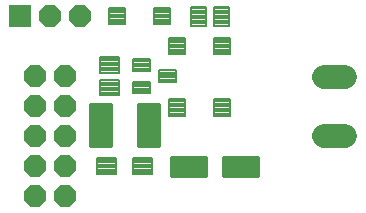
<source format=gts>
G75*
G70*
%OFA0B0*%
%FSLAX24Y24*%
%IPPOS*%
%LPD*%
%AMOC8*
5,1,8,0,0,1.08239X$1,22.5*
%
%ADD10C,0.0083*%
%ADD11C,0.0081*%
%ADD12C,0.0082*%
%ADD13C,0.0085*%
%ADD14OC8,0.0720*%
%ADD15R,0.0720X0.0720*%
%ADD16C,0.0087*%
%ADD17C,0.0790*%
D10*
X003867Y007838D02*
X003867Y008348D01*
X004495Y008348D01*
X004495Y007838D01*
X003867Y007838D01*
X003867Y007920D02*
X004495Y007920D01*
X004495Y008002D02*
X003867Y008002D01*
X003867Y008084D02*
X004495Y008084D01*
X004495Y008166D02*
X003867Y008166D01*
X003867Y008248D02*
X004495Y008248D01*
X004495Y008330D02*
X003867Y008330D01*
X003867Y008586D02*
X003867Y009096D01*
X004495Y009096D01*
X004495Y008586D01*
X003867Y008586D01*
X003867Y008668D02*
X004495Y008668D01*
X004495Y008750D02*
X003867Y008750D01*
X003867Y008832D02*
X004495Y008832D01*
X004495Y008914D02*
X003867Y008914D01*
X003867Y008996D02*
X004495Y008996D01*
X004495Y009078D02*
X003867Y009078D01*
X006902Y010153D02*
X007412Y010153D01*
X006902Y010153D02*
X006902Y010781D01*
X007412Y010781D01*
X007412Y010153D01*
X007412Y010235D02*
X006902Y010235D01*
X006902Y010317D02*
X007412Y010317D01*
X007412Y010399D02*
X006902Y010399D01*
X006902Y010481D02*
X007412Y010481D01*
X007412Y010563D02*
X006902Y010563D01*
X006902Y010645D02*
X007412Y010645D01*
X007412Y010727D02*
X006902Y010727D01*
X007650Y010153D02*
X008160Y010153D01*
X007650Y010153D02*
X007650Y010781D01*
X008160Y010781D01*
X008160Y010153D01*
X008160Y010235D02*
X007650Y010235D01*
X007650Y010317D02*
X008160Y010317D01*
X008160Y010399D02*
X007650Y010399D01*
X007650Y010481D02*
X008160Y010481D01*
X008160Y010563D02*
X007650Y010563D01*
X007650Y010645D02*
X008160Y010645D01*
X008160Y010727D02*
X007650Y010727D01*
D11*
X004973Y009038D02*
X004973Y008644D01*
X004973Y009038D02*
X005523Y009038D01*
X005523Y008644D01*
X004973Y008644D01*
X004973Y008724D02*
X005523Y008724D01*
X005523Y008804D02*
X004973Y008804D01*
X004973Y008884D02*
X005523Y008884D01*
X005523Y008964D02*
X004973Y008964D01*
X004973Y008290D02*
X004973Y007896D01*
X004973Y008290D02*
X005523Y008290D01*
X005523Y007896D01*
X004973Y007896D01*
X004973Y007976D02*
X005523Y007976D01*
X005523Y008056D02*
X004973Y008056D01*
X004973Y008136D02*
X005523Y008136D01*
X005523Y008216D02*
X004973Y008216D01*
X005839Y008270D02*
X005839Y008664D01*
X006389Y008664D01*
X006389Y008270D01*
X005839Y008270D01*
X005839Y008350D02*
X006389Y008350D01*
X006389Y008430D02*
X005839Y008430D01*
X005839Y008510D02*
X006389Y008510D01*
X006389Y008590D02*
X005839Y008590D01*
D12*
X006159Y009741D02*
X006707Y009741D01*
X006707Y009193D01*
X006159Y009193D01*
X006159Y009741D01*
X006159Y009274D02*
X006707Y009274D01*
X006707Y009355D02*
X006159Y009355D01*
X006159Y009436D02*
X006707Y009436D01*
X006707Y009517D02*
X006159Y009517D01*
X006159Y009598D02*
X006707Y009598D01*
X006707Y009679D02*
X006159Y009679D01*
X006203Y010741D02*
X005655Y010741D01*
X006203Y010741D02*
X006203Y010193D01*
X005655Y010193D01*
X005655Y010741D01*
X005655Y010274D02*
X006203Y010274D01*
X006203Y010355D02*
X005655Y010355D01*
X005655Y010436D02*
X006203Y010436D01*
X006203Y010517D02*
X005655Y010517D01*
X005655Y010598D02*
X006203Y010598D01*
X006203Y010679D02*
X005655Y010679D01*
X004707Y010741D02*
X004159Y010741D01*
X004707Y010741D02*
X004707Y010193D01*
X004159Y010193D01*
X004159Y010741D01*
X004159Y010274D02*
X004707Y010274D01*
X004707Y010355D02*
X004159Y010355D01*
X004159Y010436D02*
X004707Y010436D01*
X004707Y010517D02*
X004159Y010517D01*
X004159Y010598D02*
X004707Y010598D01*
X004707Y010679D02*
X004159Y010679D01*
X006159Y007691D02*
X006707Y007691D01*
X006707Y007143D01*
X006159Y007143D01*
X006159Y007691D01*
X006159Y007224D02*
X006707Y007224D01*
X006707Y007305D02*
X006159Y007305D01*
X006159Y007386D02*
X006707Y007386D01*
X006707Y007467D02*
X006159Y007467D01*
X006159Y007548D02*
X006707Y007548D01*
X006707Y007629D02*
X006159Y007629D01*
X007655Y007691D02*
X008203Y007691D01*
X008203Y007143D01*
X007655Y007143D01*
X007655Y007691D01*
X007655Y007224D02*
X008203Y007224D01*
X008203Y007305D02*
X007655Y007305D01*
X007655Y007386D02*
X008203Y007386D01*
X008203Y007467D02*
X007655Y007467D01*
X007655Y007548D02*
X008203Y007548D01*
X008203Y007629D02*
X007655Y007629D01*
X007655Y009741D02*
X008203Y009741D01*
X008203Y009193D01*
X007655Y009193D01*
X007655Y009741D01*
X007655Y009274D02*
X008203Y009274D01*
X008203Y009355D02*
X007655Y009355D01*
X007655Y009436D02*
X008203Y009436D01*
X008203Y009517D02*
X007655Y009517D01*
X007655Y009598D02*
X008203Y009598D01*
X008203Y009679D02*
X007655Y009679D01*
X005586Y005741D02*
X004958Y005741D01*
X005586Y005741D02*
X005586Y005193D01*
X004958Y005193D01*
X004958Y005741D01*
X004958Y005274D02*
X005586Y005274D01*
X005586Y005355D02*
X004958Y005355D01*
X004958Y005436D02*
X005586Y005436D01*
X005586Y005517D02*
X004958Y005517D01*
X004958Y005598D02*
X005586Y005598D01*
X005586Y005679D02*
X004958Y005679D01*
X004405Y005193D02*
X003777Y005193D01*
X003777Y005741D01*
X004405Y005741D01*
X004405Y005193D01*
X004405Y005274D02*
X003777Y005274D01*
X003777Y005355D02*
X004405Y005355D01*
X004405Y005436D02*
X003777Y005436D01*
X003777Y005517D02*
X004405Y005517D01*
X004405Y005598D02*
X003777Y005598D01*
X003777Y005679D02*
X004405Y005679D01*
D13*
X006227Y005154D02*
X007403Y005154D01*
X006227Y005154D02*
X006227Y005780D01*
X007403Y005780D01*
X007403Y005154D01*
X007403Y005238D02*
X006227Y005238D01*
X006227Y005322D02*
X007403Y005322D01*
X007403Y005406D02*
X006227Y005406D01*
X006227Y005490D02*
X007403Y005490D01*
X007403Y005574D02*
X006227Y005574D01*
X006227Y005658D02*
X007403Y005658D01*
X007403Y005742D02*
X006227Y005742D01*
X007960Y005154D02*
X009136Y005154D01*
X007960Y005154D02*
X007960Y005780D01*
X009136Y005780D01*
X009136Y005154D01*
X009136Y005238D02*
X007960Y005238D01*
X007960Y005322D02*
X009136Y005322D01*
X009136Y005406D02*
X007960Y005406D01*
X007960Y005490D02*
X009136Y005490D01*
X009136Y005574D02*
X007960Y005574D01*
X007960Y005658D02*
X009136Y005658D01*
X009136Y005742D02*
X007960Y005742D01*
D14*
X001681Y004467D03*
X001681Y005467D03*
X001681Y006467D03*
X001681Y007467D03*
X001681Y008467D03*
X002681Y008467D03*
X002681Y007467D03*
X002681Y006467D03*
X002681Y005467D03*
X002681Y004467D03*
X002181Y010467D03*
X003181Y010467D03*
D15*
X001181Y010467D03*
D16*
X003543Y007547D02*
X004245Y007547D01*
X004245Y006137D01*
X003543Y006137D01*
X003543Y007547D01*
X003543Y006223D02*
X004245Y006223D01*
X004245Y006309D02*
X003543Y006309D01*
X003543Y006395D02*
X004245Y006395D01*
X004245Y006481D02*
X003543Y006481D01*
X003543Y006567D02*
X004245Y006567D01*
X004245Y006653D02*
X003543Y006653D01*
X003543Y006739D02*
X004245Y006739D01*
X004245Y006825D02*
X003543Y006825D01*
X003543Y006911D02*
X004245Y006911D01*
X004245Y006997D02*
X003543Y006997D01*
X003543Y007083D02*
X004245Y007083D01*
X004245Y007169D02*
X003543Y007169D01*
X003543Y007255D02*
X004245Y007255D01*
X004245Y007341D02*
X003543Y007341D01*
X003543Y007427D02*
X004245Y007427D01*
X004245Y007513D02*
X003543Y007513D01*
X005118Y007547D02*
X005820Y007547D01*
X005820Y006137D01*
X005118Y006137D01*
X005118Y007547D01*
X005118Y006223D02*
X005820Y006223D01*
X005820Y006309D02*
X005118Y006309D01*
X005118Y006395D02*
X005820Y006395D01*
X005820Y006481D02*
X005118Y006481D01*
X005118Y006567D02*
X005820Y006567D01*
X005820Y006653D02*
X005118Y006653D01*
X005118Y006739D02*
X005820Y006739D01*
X005820Y006825D02*
X005118Y006825D01*
X005118Y006911D02*
X005820Y006911D01*
X005820Y006997D02*
X005118Y006997D01*
X005118Y007083D02*
X005820Y007083D01*
X005820Y007169D02*
X005118Y007169D01*
X005118Y007255D02*
X005820Y007255D01*
X005820Y007341D02*
X005118Y007341D01*
X005118Y007427D02*
X005820Y007427D01*
X005820Y007513D02*
X005118Y007513D01*
D17*
X011326Y008451D02*
X012036Y008451D01*
X012036Y006483D02*
X011326Y006483D01*
M02*

</source>
